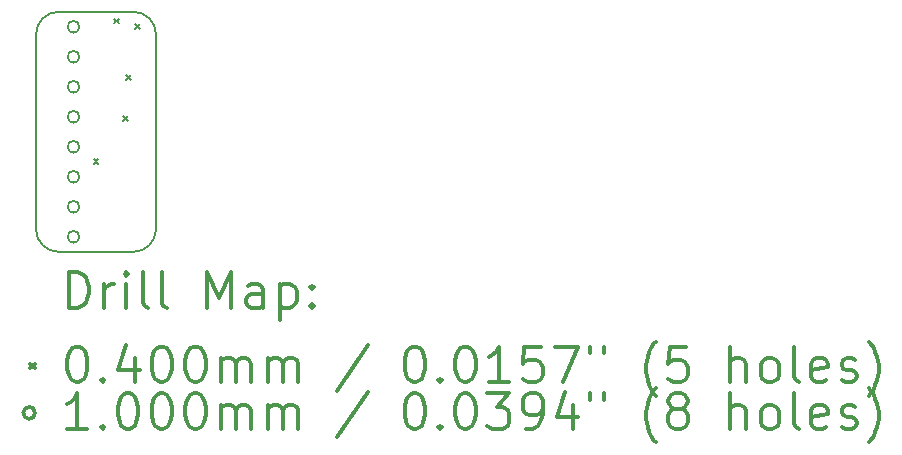
<source format=gbr>
%FSLAX45Y45*%
G04 Gerber Fmt 4.5, Leading zero omitted, Abs format (unit mm)*
G04 Created by KiCad (PCBNEW (5.1.10)-1) date 2021-12-10 13:32:54*
%MOMM*%
%LPD*%
G01*
G04 APERTURE LIST*
%TA.AperFunction,Profile*%
%ADD10C,0.150000*%
%TD*%
%ADD11C,0.200000*%
%ADD12C,0.300000*%
G04 APERTURE END LIST*
D10*
X9969500Y-12128500D02*
X9969500Y-13779500D01*
X10795000Y-11938000D02*
X10160000Y-11938000D01*
X10985500Y-13779500D02*
X10985500Y-12128500D01*
X10160000Y-13970000D02*
X10795000Y-13970000D01*
X9969500Y-12128500D02*
G75*
G02*
X10160000Y-11938000I190500J0D01*
G01*
X10160000Y-13970000D02*
G75*
G02*
X9969500Y-13779500I0J190500D01*
G01*
X10795000Y-11938000D02*
G75*
G02*
X10985500Y-12128500I0J-190500D01*
G01*
X10985500Y-13779500D02*
G75*
G02*
X10795000Y-13970000I-190500J0D01*
G01*
D11*
X10457500Y-13188000D02*
X10497500Y-13228000D01*
X10497500Y-13188000D02*
X10457500Y-13228000D01*
X10634000Y-11996000D02*
X10674000Y-12036000D01*
X10674000Y-11996000D02*
X10634000Y-12036000D01*
X10710000Y-12820000D02*
X10750000Y-12860000D01*
X10750000Y-12820000D02*
X10710000Y-12860000D01*
X10734000Y-12477000D02*
X10774000Y-12517000D01*
X10774000Y-12477000D02*
X10734000Y-12517000D01*
X10810000Y-12040000D02*
X10850000Y-12080000D01*
X10850000Y-12040000D02*
X10810000Y-12080000D01*
X10337000Y-12065000D02*
G75*
G03*
X10337000Y-12065000I-50000J0D01*
G01*
X10337000Y-12319000D02*
G75*
G03*
X10337000Y-12319000I-50000J0D01*
G01*
X10337000Y-12573000D02*
G75*
G03*
X10337000Y-12573000I-50000J0D01*
G01*
X10337000Y-12827000D02*
G75*
G03*
X10337000Y-12827000I-50000J0D01*
G01*
X10337000Y-13081000D02*
G75*
G03*
X10337000Y-13081000I-50000J0D01*
G01*
X10337000Y-13335000D02*
G75*
G03*
X10337000Y-13335000I-50000J0D01*
G01*
X10337000Y-13589000D02*
G75*
G03*
X10337000Y-13589000I-50000J0D01*
G01*
X10337000Y-13843000D02*
G75*
G03*
X10337000Y-13843000I-50000J0D01*
G01*
D12*
X10248428Y-14443214D02*
X10248428Y-14143214D01*
X10319857Y-14143214D01*
X10362714Y-14157500D01*
X10391286Y-14186071D01*
X10405571Y-14214643D01*
X10419857Y-14271786D01*
X10419857Y-14314643D01*
X10405571Y-14371786D01*
X10391286Y-14400357D01*
X10362714Y-14428929D01*
X10319857Y-14443214D01*
X10248428Y-14443214D01*
X10548428Y-14443214D02*
X10548428Y-14243214D01*
X10548428Y-14300357D02*
X10562714Y-14271786D01*
X10577000Y-14257500D01*
X10605571Y-14243214D01*
X10634143Y-14243214D01*
X10734143Y-14443214D02*
X10734143Y-14243214D01*
X10734143Y-14143214D02*
X10719857Y-14157500D01*
X10734143Y-14171786D01*
X10748428Y-14157500D01*
X10734143Y-14143214D01*
X10734143Y-14171786D01*
X10919857Y-14443214D02*
X10891286Y-14428929D01*
X10877000Y-14400357D01*
X10877000Y-14143214D01*
X11077000Y-14443214D02*
X11048428Y-14428929D01*
X11034143Y-14400357D01*
X11034143Y-14143214D01*
X11419857Y-14443214D02*
X11419857Y-14143214D01*
X11519857Y-14357500D01*
X11619857Y-14143214D01*
X11619857Y-14443214D01*
X11891286Y-14443214D02*
X11891286Y-14286071D01*
X11877000Y-14257500D01*
X11848428Y-14243214D01*
X11791286Y-14243214D01*
X11762714Y-14257500D01*
X11891286Y-14428929D02*
X11862714Y-14443214D01*
X11791286Y-14443214D01*
X11762714Y-14428929D01*
X11748428Y-14400357D01*
X11748428Y-14371786D01*
X11762714Y-14343214D01*
X11791286Y-14328929D01*
X11862714Y-14328929D01*
X11891286Y-14314643D01*
X12034143Y-14243214D02*
X12034143Y-14543214D01*
X12034143Y-14257500D02*
X12062714Y-14243214D01*
X12119857Y-14243214D01*
X12148428Y-14257500D01*
X12162714Y-14271786D01*
X12177000Y-14300357D01*
X12177000Y-14386071D01*
X12162714Y-14414643D01*
X12148428Y-14428929D01*
X12119857Y-14443214D01*
X12062714Y-14443214D01*
X12034143Y-14428929D01*
X12305571Y-14414643D02*
X12319857Y-14428929D01*
X12305571Y-14443214D01*
X12291286Y-14428929D01*
X12305571Y-14414643D01*
X12305571Y-14443214D01*
X12305571Y-14257500D02*
X12319857Y-14271786D01*
X12305571Y-14286071D01*
X12291286Y-14271786D01*
X12305571Y-14257500D01*
X12305571Y-14286071D01*
X9922000Y-14917500D02*
X9962000Y-14957500D01*
X9962000Y-14917500D02*
X9922000Y-14957500D01*
X10305571Y-14773214D02*
X10334143Y-14773214D01*
X10362714Y-14787500D01*
X10377000Y-14801786D01*
X10391286Y-14830357D01*
X10405571Y-14887500D01*
X10405571Y-14958929D01*
X10391286Y-15016071D01*
X10377000Y-15044643D01*
X10362714Y-15058929D01*
X10334143Y-15073214D01*
X10305571Y-15073214D01*
X10277000Y-15058929D01*
X10262714Y-15044643D01*
X10248428Y-15016071D01*
X10234143Y-14958929D01*
X10234143Y-14887500D01*
X10248428Y-14830357D01*
X10262714Y-14801786D01*
X10277000Y-14787500D01*
X10305571Y-14773214D01*
X10534143Y-15044643D02*
X10548428Y-15058929D01*
X10534143Y-15073214D01*
X10519857Y-15058929D01*
X10534143Y-15044643D01*
X10534143Y-15073214D01*
X10805571Y-14873214D02*
X10805571Y-15073214D01*
X10734143Y-14758929D02*
X10662714Y-14973214D01*
X10848428Y-14973214D01*
X11019857Y-14773214D02*
X11048428Y-14773214D01*
X11077000Y-14787500D01*
X11091286Y-14801786D01*
X11105571Y-14830357D01*
X11119857Y-14887500D01*
X11119857Y-14958929D01*
X11105571Y-15016071D01*
X11091286Y-15044643D01*
X11077000Y-15058929D01*
X11048428Y-15073214D01*
X11019857Y-15073214D01*
X10991286Y-15058929D01*
X10977000Y-15044643D01*
X10962714Y-15016071D01*
X10948428Y-14958929D01*
X10948428Y-14887500D01*
X10962714Y-14830357D01*
X10977000Y-14801786D01*
X10991286Y-14787500D01*
X11019857Y-14773214D01*
X11305571Y-14773214D02*
X11334143Y-14773214D01*
X11362714Y-14787500D01*
X11377000Y-14801786D01*
X11391286Y-14830357D01*
X11405571Y-14887500D01*
X11405571Y-14958929D01*
X11391286Y-15016071D01*
X11377000Y-15044643D01*
X11362714Y-15058929D01*
X11334143Y-15073214D01*
X11305571Y-15073214D01*
X11277000Y-15058929D01*
X11262714Y-15044643D01*
X11248428Y-15016071D01*
X11234143Y-14958929D01*
X11234143Y-14887500D01*
X11248428Y-14830357D01*
X11262714Y-14801786D01*
X11277000Y-14787500D01*
X11305571Y-14773214D01*
X11534143Y-15073214D02*
X11534143Y-14873214D01*
X11534143Y-14901786D02*
X11548428Y-14887500D01*
X11577000Y-14873214D01*
X11619857Y-14873214D01*
X11648428Y-14887500D01*
X11662714Y-14916071D01*
X11662714Y-15073214D01*
X11662714Y-14916071D02*
X11677000Y-14887500D01*
X11705571Y-14873214D01*
X11748428Y-14873214D01*
X11777000Y-14887500D01*
X11791286Y-14916071D01*
X11791286Y-15073214D01*
X11934143Y-15073214D02*
X11934143Y-14873214D01*
X11934143Y-14901786D02*
X11948428Y-14887500D01*
X11977000Y-14873214D01*
X12019857Y-14873214D01*
X12048428Y-14887500D01*
X12062714Y-14916071D01*
X12062714Y-15073214D01*
X12062714Y-14916071D02*
X12077000Y-14887500D01*
X12105571Y-14873214D01*
X12148428Y-14873214D01*
X12177000Y-14887500D01*
X12191286Y-14916071D01*
X12191286Y-15073214D01*
X12777000Y-14758929D02*
X12519857Y-15144643D01*
X13162714Y-14773214D02*
X13191286Y-14773214D01*
X13219857Y-14787500D01*
X13234143Y-14801786D01*
X13248428Y-14830357D01*
X13262714Y-14887500D01*
X13262714Y-14958929D01*
X13248428Y-15016071D01*
X13234143Y-15044643D01*
X13219857Y-15058929D01*
X13191286Y-15073214D01*
X13162714Y-15073214D01*
X13134143Y-15058929D01*
X13119857Y-15044643D01*
X13105571Y-15016071D01*
X13091286Y-14958929D01*
X13091286Y-14887500D01*
X13105571Y-14830357D01*
X13119857Y-14801786D01*
X13134143Y-14787500D01*
X13162714Y-14773214D01*
X13391286Y-15044643D02*
X13405571Y-15058929D01*
X13391286Y-15073214D01*
X13377000Y-15058929D01*
X13391286Y-15044643D01*
X13391286Y-15073214D01*
X13591286Y-14773214D02*
X13619857Y-14773214D01*
X13648428Y-14787500D01*
X13662714Y-14801786D01*
X13677000Y-14830357D01*
X13691286Y-14887500D01*
X13691286Y-14958929D01*
X13677000Y-15016071D01*
X13662714Y-15044643D01*
X13648428Y-15058929D01*
X13619857Y-15073214D01*
X13591286Y-15073214D01*
X13562714Y-15058929D01*
X13548428Y-15044643D01*
X13534143Y-15016071D01*
X13519857Y-14958929D01*
X13519857Y-14887500D01*
X13534143Y-14830357D01*
X13548428Y-14801786D01*
X13562714Y-14787500D01*
X13591286Y-14773214D01*
X13977000Y-15073214D02*
X13805571Y-15073214D01*
X13891286Y-15073214D02*
X13891286Y-14773214D01*
X13862714Y-14816071D01*
X13834143Y-14844643D01*
X13805571Y-14858929D01*
X14248428Y-14773214D02*
X14105571Y-14773214D01*
X14091286Y-14916071D01*
X14105571Y-14901786D01*
X14134143Y-14887500D01*
X14205571Y-14887500D01*
X14234143Y-14901786D01*
X14248428Y-14916071D01*
X14262714Y-14944643D01*
X14262714Y-15016071D01*
X14248428Y-15044643D01*
X14234143Y-15058929D01*
X14205571Y-15073214D01*
X14134143Y-15073214D01*
X14105571Y-15058929D01*
X14091286Y-15044643D01*
X14362714Y-14773214D02*
X14562714Y-14773214D01*
X14434143Y-15073214D01*
X14662714Y-14773214D02*
X14662714Y-14830357D01*
X14777000Y-14773214D02*
X14777000Y-14830357D01*
X15219857Y-15187500D02*
X15205571Y-15173214D01*
X15177000Y-15130357D01*
X15162714Y-15101786D01*
X15148428Y-15058929D01*
X15134143Y-14987500D01*
X15134143Y-14930357D01*
X15148428Y-14858929D01*
X15162714Y-14816071D01*
X15177000Y-14787500D01*
X15205571Y-14744643D01*
X15219857Y-14730357D01*
X15477000Y-14773214D02*
X15334143Y-14773214D01*
X15319857Y-14916071D01*
X15334143Y-14901786D01*
X15362714Y-14887500D01*
X15434143Y-14887500D01*
X15462714Y-14901786D01*
X15477000Y-14916071D01*
X15491286Y-14944643D01*
X15491286Y-15016071D01*
X15477000Y-15044643D01*
X15462714Y-15058929D01*
X15434143Y-15073214D01*
X15362714Y-15073214D01*
X15334143Y-15058929D01*
X15319857Y-15044643D01*
X15848428Y-15073214D02*
X15848428Y-14773214D01*
X15977000Y-15073214D02*
X15977000Y-14916071D01*
X15962714Y-14887500D01*
X15934143Y-14873214D01*
X15891286Y-14873214D01*
X15862714Y-14887500D01*
X15848428Y-14901786D01*
X16162714Y-15073214D02*
X16134143Y-15058929D01*
X16119857Y-15044643D01*
X16105571Y-15016071D01*
X16105571Y-14930357D01*
X16119857Y-14901786D01*
X16134143Y-14887500D01*
X16162714Y-14873214D01*
X16205571Y-14873214D01*
X16234143Y-14887500D01*
X16248428Y-14901786D01*
X16262714Y-14930357D01*
X16262714Y-15016071D01*
X16248428Y-15044643D01*
X16234143Y-15058929D01*
X16205571Y-15073214D01*
X16162714Y-15073214D01*
X16434143Y-15073214D02*
X16405571Y-15058929D01*
X16391286Y-15030357D01*
X16391286Y-14773214D01*
X16662714Y-15058929D02*
X16634143Y-15073214D01*
X16577000Y-15073214D01*
X16548428Y-15058929D01*
X16534143Y-15030357D01*
X16534143Y-14916071D01*
X16548428Y-14887500D01*
X16577000Y-14873214D01*
X16634143Y-14873214D01*
X16662714Y-14887500D01*
X16677000Y-14916071D01*
X16677000Y-14944643D01*
X16534143Y-14973214D01*
X16791286Y-15058929D02*
X16819857Y-15073214D01*
X16877000Y-15073214D01*
X16905571Y-15058929D01*
X16919857Y-15030357D01*
X16919857Y-15016071D01*
X16905571Y-14987500D01*
X16877000Y-14973214D01*
X16834143Y-14973214D01*
X16805571Y-14958929D01*
X16791286Y-14930357D01*
X16791286Y-14916071D01*
X16805571Y-14887500D01*
X16834143Y-14873214D01*
X16877000Y-14873214D01*
X16905571Y-14887500D01*
X17019857Y-15187500D02*
X17034143Y-15173214D01*
X17062714Y-15130357D01*
X17077000Y-15101786D01*
X17091286Y-15058929D01*
X17105571Y-14987500D01*
X17105571Y-14930357D01*
X17091286Y-14858929D01*
X17077000Y-14816071D01*
X17062714Y-14787500D01*
X17034143Y-14744643D01*
X17019857Y-14730357D01*
X9962000Y-15333500D02*
G75*
G03*
X9962000Y-15333500I-50000J0D01*
G01*
X10405571Y-15469214D02*
X10234143Y-15469214D01*
X10319857Y-15469214D02*
X10319857Y-15169214D01*
X10291286Y-15212071D01*
X10262714Y-15240643D01*
X10234143Y-15254929D01*
X10534143Y-15440643D02*
X10548428Y-15454929D01*
X10534143Y-15469214D01*
X10519857Y-15454929D01*
X10534143Y-15440643D01*
X10534143Y-15469214D01*
X10734143Y-15169214D02*
X10762714Y-15169214D01*
X10791286Y-15183500D01*
X10805571Y-15197786D01*
X10819857Y-15226357D01*
X10834143Y-15283500D01*
X10834143Y-15354929D01*
X10819857Y-15412071D01*
X10805571Y-15440643D01*
X10791286Y-15454929D01*
X10762714Y-15469214D01*
X10734143Y-15469214D01*
X10705571Y-15454929D01*
X10691286Y-15440643D01*
X10677000Y-15412071D01*
X10662714Y-15354929D01*
X10662714Y-15283500D01*
X10677000Y-15226357D01*
X10691286Y-15197786D01*
X10705571Y-15183500D01*
X10734143Y-15169214D01*
X11019857Y-15169214D02*
X11048428Y-15169214D01*
X11077000Y-15183500D01*
X11091286Y-15197786D01*
X11105571Y-15226357D01*
X11119857Y-15283500D01*
X11119857Y-15354929D01*
X11105571Y-15412071D01*
X11091286Y-15440643D01*
X11077000Y-15454929D01*
X11048428Y-15469214D01*
X11019857Y-15469214D01*
X10991286Y-15454929D01*
X10977000Y-15440643D01*
X10962714Y-15412071D01*
X10948428Y-15354929D01*
X10948428Y-15283500D01*
X10962714Y-15226357D01*
X10977000Y-15197786D01*
X10991286Y-15183500D01*
X11019857Y-15169214D01*
X11305571Y-15169214D02*
X11334143Y-15169214D01*
X11362714Y-15183500D01*
X11377000Y-15197786D01*
X11391286Y-15226357D01*
X11405571Y-15283500D01*
X11405571Y-15354929D01*
X11391286Y-15412071D01*
X11377000Y-15440643D01*
X11362714Y-15454929D01*
X11334143Y-15469214D01*
X11305571Y-15469214D01*
X11277000Y-15454929D01*
X11262714Y-15440643D01*
X11248428Y-15412071D01*
X11234143Y-15354929D01*
X11234143Y-15283500D01*
X11248428Y-15226357D01*
X11262714Y-15197786D01*
X11277000Y-15183500D01*
X11305571Y-15169214D01*
X11534143Y-15469214D02*
X11534143Y-15269214D01*
X11534143Y-15297786D02*
X11548428Y-15283500D01*
X11577000Y-15269214D01*
X11619857Y-15269214D01*
X11648428Y-15283500D01*
X11662714Y-15312071D01*
X11662714Y-15469214D01*
X11662714Y-15312071D02*
X11677000Y-15283500D01*
X11705571Y-15269214D01*
X11748428Y-15269214D01*
X11777000Y-15283500D01*
X11791286Y-15312071D01*
X11791286Y-15469214D01*
X11934143Y-15469214D02*
X11934143Y-15269214D01*
X11934143Y-15297786D02*
X11948428Y-15283500D01*
X11977000Y-15269214D01*
X12019857Y-15269214D01*
X12048428Y-15283500D01*
X12062714Y-15312071D01*
X12062714Y-15469214D01*
X12062714Y-15312071D02*
X12077000Y-15283500D01*
X12105571Y-15269214D01*
X12148428Y-15269214D01*
X12177000Y-15283500D01*
X12191286Y-15312071D01*
X12191286Y-15469214D01*
X12777000Y-15154929D02*
X12519857Y-15540643D01*
X13162714Y-15169214D02*
X13191286Y-15169214D01*
X13219857Y-15183500D01*
X13234143Y-15197786D01*
X13248428Y-15226357D01*
X13262714Y-15283500D01*
X13262714Y-15354929D01*
X13248428Y-15412071D01*
X13234143Y-15440643D01*
X13219857Y-15454929D01*
X13191286Y-15469214D01*
X13162714Y-15469214D01*
X13134143Y-15454929D01*
X13119857Y-15440643D01*
X13105571Y-15412071D01*
X13091286Y-15354929D01*
X13091286Y-15283500D01*
X13105571Y-15226357D01*
X13119857Y-15197786D01*
X13134143Y-15183500D01*
X13162714Y-15169214D01*
X13391286Y-15440643D02*
X13405571Y-15454929D01*
X13391286Y-15469214D01*
X13377000Y-15454929D01*
X13391286Y-15440643D01*
X13391286Y-15469214D01*
X13591286Y-15169214D02*
X13619857Y-15169214D01*
X13648428Y-15183500D01*
X13662714Y-15197786D01*
X13677000Y-15226357D01*
X13691286Y-15283500D01*
X13691286Y-15354929D01*
X13677000Y-15412071D01*
X13662714Y-15440643D01*
X13648428Y-15454929D01*
X13619857Y-15469214D01*
X13591286Y-15469214D01*
X13562714Y-15454929D01*
X13548428Y-15440643D01*
X13534143Y-15412071D01*
X13519857Y-15354929D01*
X13519857Y-15283500D01*
X13534143Y-15226357D01*
X13548428Y-15197786D01*
X13562714Y-15183500D01*
X13591286Y-15169214D01*
X13791286Y-15169214D02*
X13977000Y-15169214D01*
X13877000Y-15283500D01*
X13919857Y-15283500D01*
X13948428Y-15297786D01*
X13962714Y-15312071D01*
X13977000Y-15340643D01*
X13977000Y-15412071D01*
X13962714Y-15440643D01*
X13948428Y-15454929D01*
X13919857Y-15469214D01*
X13834143Y-15469214D01*
X13805571Y-15454929D01*
X13791286Y-15440643D01*
X14119857Y-15469214D02*
X14177000Y-15469214D01*
X14205571Y-15454929D01*
X14219857Y-15440643D01*
X14248428Y-15397786D01*
X14262714Y-15340643D01*
X14262714Y-15226357D01*
X14248428Y-15197786D01*
X14234143Y-15183500D01*
X14205571Y-15169214D01*
X14148428Y-15169214D01*
X14119857Y-15183500D01*
X14105571Y-15197786D01*
X14091286Y-15226357D01*
X14091286Y-15297786D01*
X14105571Y-15326357D01*
X14119857Y-15340643D01*
X14148428Y-15354929D01*
X14205571Y-15354929D01*
X14234143Y-15340643D01*
X14248428Y-15326357D01*
X14262714Y-15297786D01*
X14519857Y-15269214D02*
X14519857Y-15469214D01*
X14448428Y-15154929D02*
X14377000Y-15369214D01*
X14562714Y-15369214D01*
X14662714Y-15169214D02*
X14662714Y-15226357D01*
X14777000Y-15169214D02*
X14777000Y-15226357D01*
X15219857Y-15583500D02*
X15205571Y-15569214D01*
X15177000Y-15526357D01*
X15162714Y-15497786D01*
X15148428Y-15454929D01*
X15134143Y-15383500D01*
X15134143Y-15326357D01*
X15148428Y-15254929D01*
X15162714Y-15212071D01*
X15177000Y-15183500D01*
X15205571Y-15140643D01*
X15219857Y-15126357D01*
X15377000Y-15297786D02*
X15348428Y-15283500D01*
X15334143Y-15269214D01*
X15319857Y-15240643D01*
X15319857Y-15226357D01*
X15334143Y-15197786D01*
X15348428Y-15183500D01*
X15377000Y-15169214D01*
X15434143Y-15169214D01*
X15462714Y-15183500D01*
X15477000Y-15197786D01*
X15491286Y-15226357D01*
X15491286Y-15240643D01*
X15477000Y-15269214D01*
X15462714Y-15283500D01*
X15434143Y-15297786D01*
X15377000Y-15297786D01*
X15348428Y-15312071D01*
X15334143Y-15326357D01*
X15319857Y-15354929D01*
X15319857Y-15412071D01*
X15334143Y-15440643D01*
X15348428Y-15454929D01*
X15377000Y-15469214D01*
X15434143Y-15469214D01*
X15462714Y-15454929D01*
X15477000Y-15440643D01*
X15491286Y-15412071D01*
X15491286Y-15354929D01*
X15477000Y-15326357D01*
X15462714Y-15312071D01*
X15434143Y-15297786D01*
X15848428Y-15469214D02*
X15848428Y-15169214D01*
X15977000Y-15469214D02*
X15977000Y-15312071D01*
X15962714Y-15283500D01*
X15934143Y-15269214D01*
X15891286Y-15269214D01*
X15862714Y-15283500D01*
X15848428Y-15297786D01*
X16162714Y-15469214D02*
X16134143Y-15454929D01*
X16119857Y-15440643D01*
X16105571Y-15412071D01*
X16105571Y-15326357D01*
X16119857Y-15297786D01*
X16134143Y-15283500D01*
X16162714Y-15269214D01*
X16205571Y-15269214D01*
X16234143Y-15283500D01*
X16248428Y-15297786D01*
X16262714Y-15326357D01*
X16262714Y-15412071D01*
X16248428Y-15440643D01*
X16234143Y-15454929D01*
X16205571Y-15469214D01*
X16162714Y-15469214D01*
X16434143Y-15469214D02*
X16405571Y-15454929D01*
X16391286Y-15426357D01*
X16391286Y-15169214D01*
X16662714Y-15454929D02*
X16634143Y-15469214D01*
X16577000Y-15469214D01*
X16548428Y-15454929D01*
X16534143Y-15426357D01*
X16534143Y-15312071D01*
X16548428Y-15283500D01*
X16577000Y-15269214D01*
X16634143Y-15269214D01*
X16662714Y-15283500D01*
X16677000Y-15312071D01*
X16677000Y-15340643D01*
X16534143Y-15369214D01*
X16791286Y-15454929D02*
X16819857Y-15469214D01*
X16877000Y-15469214D01*
X16905571Y-15454929D01*
X16919857Y-15426357D01*
X16919857Y-15412071D01*
X16905571Y-15383500D01*
X16877000Y-15369214D01*
X16834143Y-15369214D01*
X16805571Y-15354929D01*
X16791286Y-15326357D01*
X16791286Y-15312071D01*
X16805571Y-15283500D01*
X16834143Y-15269214D01*
X16877000Y-15269214D01*
X16905571Y-15283500D01*
X17019857Y-15583500D02*
X17034143Y-15569214D01*
X17062714Y-15526357D01*
X17077000Y-15497786D01*
X17091286Y-15454929D01*
X17105571Y-15383500D01*
X17105571Y-15326357D01*
X17091286Y-15254929D01*
X17077000Y-15212071D01*
X17062714Y-15183500D01*
X17034143Y-15140643D01*
X17019857Y-15126357D01*
M02*

</source>
